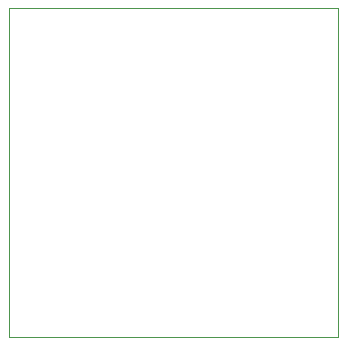
<source format=gbr>
G04 #@! TF.GenerationSoftware,KiCad,Pcbnew,5.1.5+dfsg1-2build2*
G04 #@! TF.CreationDate,2022-03-05T21:40:51-05:00*
G04 #@! TF.ProjectId,N_FLANGE_4_HOLES,4e5f464c-414e-4474-955f-345f484f4c45,rev?*
G04 #@! TF.SameCoordinates,Original*
G04 #@! TF.FileFunction,Legend,Bot*
G04 #@! TF.FilePolarity,Positive*
%FSLAX46Y46*%
G04 Gerber Fmt 4.6, Leading zero omitted, Abs format (unit mm)*
G04 Created by KiCad (PCBNEW 5.1.5+dfsg1-2build2) date 2022-03-05 21:40:51*
%MOMM*%
%LPD*%
G04 APERTURE LIST*
%ADD10C,0.050000*%
G04 APERTURE END LIST*
D10*
X50000000Y-77900000D02*
X77900000Y-77900000D01*
X77900000Y-50000000D02*
X77900000Y-77900000D01*
X50000000Y-50000000D02*
X77900000Y-50000000D01*
X50000000Y-50000000D02*
X50000000Y-77900000D01*
M02*

</source>
